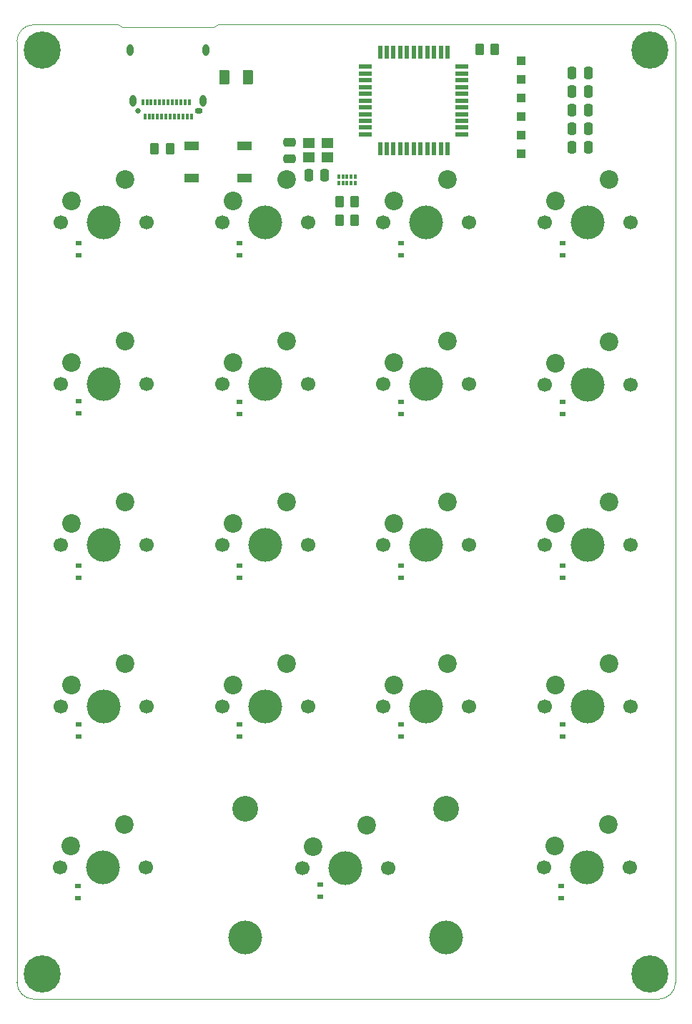
<source format=gbr>
%TF.GenerationSoftware,KiCad,Pcbnew,(5.99.0-9544-g366189b864)*%
%TF.CreationDate,2021-04-16T00:10:41-04:00*%
%TF.ProjectId,kipad,6b697061-642e-46b6-9963-61645f706362,A*%
%TF.SameCoordinates,Original*%
%TF.FileFunction,Soldermask,Bot*%
%TF.FilePolarity,Negative*%
%FSLAX46Y46*%
G04 Gerber Fmt 4.6, Leading zero omitted, Abs format (unit mm)*
G04 Created by KiCad (PCBNEW (5.99.0-9544-g366189b864)) date 2021-04-16 00:10:41*
%MOMM*%
%LPD*%
G01*
G04 APERTURE LIST*
G04 Aperture macros list*
%AMRoundRect*
0 Rectangle with rounded corners*
0 $1 Rounding radius*
0 $2 $3 $4 $5 $6 $7 $8 $9 X,Y pos of 4 corners*
0 Add a 4 corners polygon primitive as box body*
4,1,4,$2,$3,$4,$5,$6,$7,$8,$9,$2,$3,0*
0 Add four circle primitives for the rounded corners*
1,1,$1+$1,$2,$3*
1,1,$1+$1,$4,$5*
1,1,$1+$1,$6,$7*
1,1,$1+$1,$8,$9*
0 Add four rect primitives between the rounded corners*
20,1,$1+$1,$2,$3,$4,$5,0*
20,1,$1+$1,$4,$5,$6,$7,0*
20,1,$1+$1,$6,$7,$8,$9,0*
20,1,$1+$1,$8,$9,$2,$3,0*%
G04 Aperture macros list end*
%TA.AperFunction,Profile*%
%ADD10C,0.100000*%
%TD*%
%ADD11R,1.700000X1.000000*%
%ADD12C,1.700000*%
%ADD13C,4.000000*%
%ADD14C,2.200000*%
%ADD15C,4.400000*%
%ADD16RoundRect,0.250000X-0.250000X-0.475000X0.250000X-0.475000X0.250000X0.475000X-0.250000X0.475000X0*%
%ADD17R,1.000000X1.000000*%
%ADD18R,1.400000X1.200000*%
%ADD19R,0.400000X0.550000*%
%ADD20R,0.300000X0.550000*%
%ADD21R,1.500000X0.550000*%
%ADD22R,0.550000X1.500000*%
%ADD23RoundRect,0.250000X-0.262500X-0.450000X0.262500X-0.450000X0.262500X0.450000X-0.262500X0.450000X0*%
%ADD24RoundRect,0.250000X0.262500X0.450000X-0.262500X0.450000X-0.262500X-0.450000X0.262500X-0.450000X0*%
%ADD25C,3.050000*%
%ADD26R,0.300000X0.700000*%
%ADD27C,0.650000*%
%ADD28O,0.950000X0.650000*%
%ADD29O,0.800000X1.400000*%
%ADD30RoundRect,0.250000X-0.375000X-0.625000X0.375000X-0.625000X0.375000X0.625000X-0.375000X0.625000X0*%
%ADD31R,0.700000X0.600000*%
%ADD32RoundRect,0.250000X0.475000X-0.250000X0.475000X0.250000X-0.475000X0.250000X-0.475000X-0.250000X0*%
G04 APERTURE END LIST*
D10*
X86800000Y-30600000D02*
X139000000Y-30614214D01*
X86300000Y-30900000D02*
X86800000Y-30600000D01*
X75500000Y-30900000D02*
X86300000Y-30900000D01*
X75000000Y-30600000D02*
X75500000Y-30900000D01*
X65000000Y-30614214D02*
X75000000Y-30600000D01*
X139000000Y-146000000D02*
X65000000Y-146000000D01*
X141000000Y-32614214D02*
X141000000Y-144000000D01*
X63000000Y-144000000D02*
X63000000Y-32614214D01*
X63000000Y-144000000D02*
G75*
G03*
X65000000Y-146000000I2000000J0D01*
G01*
X141000000Y-144000000D02*
G75*
G02*
X139000000Y-146000000I-2000000J0D01*
G01*
X139000000Y-30614214D02*
G75*
G02*
X141000000Y-32614214I0J-2000000D01*
G01*
X63000000Y-32614214D02*
G75*
G02*
X65000000Y-30614214I2000000J0D01*
G01*
D11*
%TO.C,SW_RST1*%
X89950000Y-45000000D03*
X83650000Y-45000000D03*
X89950000Y-48800000D03*
X83650000Y-48800000D03*
%TD*%
D12*
%TO.C,KEY_E1*%
X116570000Y-111326000D03*
X106410000Y-111326000D03*
D13*
X111490000Y-111326000D03*
D14*
X107680000Y-108786000D03*
X114030000Y-106246000D03*
%TD*%
D15*
%TO.C,H4*%
X66000000Y-143000000D03*
%TD*%
%TO.C,H3*%
X138000000Y-143000000D03*
%TD*%
%TO.C,H2*%
X138000000Y-33600000D03*
%TD*%
%TO.C,H1*%
X66000000Y-33600000D03*
%TD*%
D16*
%TO.C,C1*%
X130650000Y-38500000D03*
X128750000Y-38500000D03*
%TD*%
D17*
%TO.C,PF7*%
X122700000Y-34900000D03*
%TD*%
%TO.C,PF6*%
X122700000Y-37100000D03*
%TD*%
%TO.C,PF5*%
X122700000Y-39300000D03*
%TD*%
%TO.C,PF4*%
X122700000Y-41500000D03*
%TD*%
%TO.C,PF1*%
X122700000Y-43700000D03*
%TD*%
%TO.C,PF0*%
X122700000Y-45900000D03*
%TD*%
D18*
%TO.C,Y1*%
X99800000Y-44650000D03*
X97600000Y-44650000D03*
X97600000Y-46350000D03*
X99800000Y-46350000D03*
%TD*%
D19*
%TO.C,U3*%
X102100000Y-48615000D03*
D20*
X103100000Y-48615000D03*
X101600000Y-48615000D03*
X101100000Y-48615000D03*
X102600000Y-48615000D03*
X101100000Y-49385000D03*
X101600000Y-49385000D03*
D19*
X102100000Y-49385000D03*
D20*
X102600000Y-49385000D03*
X103100000Y-49385000D03*
%TD*%
D21*
%TO.C,U2*%
X115700000Y-43600000D03*
X115700000Y-42800000D03*
X115700000Y-42000000D03*
X115700000Y-41200000D03*
X115700000Y-40400000D03*
X115700000Y-39600000D03*
X115700000Y-38800000D03*
X115700000Y-38000000D03*
X115700000Y-37200000D03*
X115700000Y-36400000D03*
X115700000Y-35600000D03*
D22*
X114000000Y-33900000D03*
X113200000Y-33900000D03*
X112400000Y-33900000D03*
X111600000Y-33900000D03*
X110800000Y-33900000D03*
X110000000Y-33900000D03*
X109200000Y-33900000D03*
X108400000Y-33900000D03*
X107600000Y-33900000D03*
X106800000Y-33900000D03*
X106000000Y-33900000D03*
D21*
X104300000Y-35600000D03*
X104300000Y-36400000D03*
X104300000Y-37200000D03*
X104300000Y-38000000D03*
X104300000Y-38800000D03*
X104300000Y-39600000D03*
X104300000Y-40400000D03*
X104300000Y-41200000D03*
X104300000Y-42000000D03*
X104300000Y-42800000D03*
X104300000Y-43600000D03*
D22*
X106000000Y-45300000D03*
X106800000Y-45300000D03*
X107600000Y-45300000D03*
X108400000Y-45300000D03*
X109200000Y-45300000D03*
X110000000Y-45300000D03*
X110800000Y-45300000D03*
X111600000Y-45300000D03*
X112400000Y-45300000D03*
X113200000Y-45300000D03*
X114000000Y-45300000D03*
%TD*%
D23*
%TO.C,R6*%
X119600000Y-33500000D03*
X117775000Y-33500000D03*
%TD*%
D24*
%TO.C,R3*%
X101200000Y-53800000D03*
X103025000Y-53800000D03*
%TD*%
D23*
%TO.C,R2*%
X103025000Y-51600000D03*
X101200000Y-51600000D03*
%TD*%
%TO.C,R1*%
X81112500Y-45300000D03*
X79287500Y-45300000D03*
%TD*%
D12*
%TO.C,KEY_SP1*%
X135580000Y-130426000D03*
X125420000Y-130426000D03*
D13*
X130500000Y-130426000D03*
D14*
X126690000Y-127886000D03*
X133040000Y-125346000D03*
%TD*%
D12*
%TO.C,KEY_F1*%
X135680000Y-111326000D03*
X125520000Y-111326000D03*
D13*
X130600000Y-111326000D03*
D14*
X126790000Y-108786000D03*
X133140000Y-106246000D03*
%TD*%
D12*
%TO.C,KEY_ESC1*%
X78270000Y-130426000D03*
X68110000Y-130426000D03*
D13*
X73190000Y-130426000D03*
D14*
X69380000Y-127886000D03*
X75730000Y-125346000D03*
%TD*%
D25*
%TO.C,KEY_ENT1*%
X113800000Y-123440000D03*
X90000000Y-123440000D03*
D13*
X90000000Y-138680000D03*
X113800000Y-138680000D03*
D12*
X106980000Y-130440000D03*
X96820000Y-130440000D03*
D13*
X101900000Y-130440000D03*
D14*
X98090000Y-127900000D03*
X104440000Y-125360000D03*
%TD*%
D12*
%TO.C,KEY_D1*%
X97470000Y-111326000D03*
X87310000Y-111326000D03*
D13*
X92390000Y-111326000D03*
D14*
X88580000Y-108786000D03*
X94930000Y-106246000D03*
%TD*%
D12*
%TO.C,KEY_C1*%
X78370000Y-111326000D03*
X68210000Y-111326000D03*
D13*
X73290000Y-111326000D03*
D14*
X69480000Y-108786000D03*
X75830000Y-106246000D03*
%TD*%
D12*
%TO.C,KEY_B1*%
X135680000Y-92226000D03*
X125520000Y-92226000D03*
D13*
X130600000Y-92226000D03*
D14*
X126790000Y-89686000D03*
X133140000Y-87146000D03*
%TD*%
D12*
%TO.C,KEY_A1*%
X116570000Y-92226000D03*
X106410000Y-92226000D03*
D13*
X111490000Y-92226000D03*
D14*
X107680000Y-89686000D03*
X114030000Y-87146000D03*
%TD*%
D12*
%TO.C,KEY_9*%
X97470000Y-92226000D03*
X87310000Y-92226000D03*
D13*
X92390000Y-92226000D03*
D14*
X88580000Y-89686000D03*
X94930000Y-87146000D03*
%TD*%
D12*
%TO.C,KEY_8*%
X78370000Y-92226000D03*
X68210000Y-92226000D03*
D13*
X73290000Y-92226000D03*
D14*
X69480000Y-89686000D03*
X75830000Y-87146000D03*
%TD*%
D12*
%TO.C,KEY_7*%
X135640000Y-73206000D03*
X125480000Y-73206000D03*
D13*
X130560000Y-73206000D03*
D14*
X126750000Y-70666000D03*
X133100000Y-68126000D03*
%TD*%
D12*
%TO.C,KEY_6*%
X116570000Y-73126000D03*
X106410000Y-73126000D03*
D13*
X111490000Y-73126000D03*
D14*
X107680000Y-70586000D03*
X114030000Y-68046000D03*
%TD*%
D12*
%TO.C,KEY_5*%
X97470000Y-73126000D03*
X87310000Y-73126000D03*
D13*
X92390000Y-73126000D03*
D14*
X88580000Y-70586000D03*
X94930000Y-68046000D03*
%TD*%
D12*
%TO.C,KEY_4*%
X78370000Y-73126000D03*
X68210000Y-73126000D03*
D13*
X73290000Y-73126000D03*
D14*
X69480000Y-70586000D03*
X75830000Y-68046000D03*
%TD*%
D12*
%TO.C,KEY_3*%
X135680000Y-54026000D03*
X125520000Y-54026000D03*
D13*
X130600000Y-54026000D03*
D14*
X126790000Y-51486000D03*
X133140000Y-48946000D03*
%TD*%
D12*
%TO.C,KEY_2*%
X116570000Y-54026000D03*
X106410000Y-54026000D03*
D13*
X111490000Y-54026000D03*
D14*
X107680000Y-51486000D03*
X114030000Y-48946000D03*
%TD*%
D12*
%TO.C,KEY_1*%
X97470000Y-54026000D03*
X87310000Y-54026000D03*
D13*
X92390000Y-54026000D03*
D14*
X88580000Y-51486000D03*
X94930000Y-48946000D03*
%TD*%
D12*
%TO.C,KEY_0*%
X78370000Y-54026000D03*
X68210000Y-54026000D03*
D13*
X73290000Y-54026000D03*
D14*
X69480000Y-51486000D03*
X75830000Y-48946000D03*
%TD*%
D26*
%TO.C,J1*%
X77900000Y-39820000D03*
X78400000Y-39820000D03*
X78900000Y-39820000D03*
X79400000Y-39820000D03*
X79900000Y-39820000D03*
X80400000Y-39820000D03*
X80900000Y-39820000D03*
X81400000Y-39820000D03*
X81900000Y-39820000D03*
X82400000Y-39820000D03*
X82900000Y-39820000D03*
D27*
X77300000Y-40860000D03*
D28*
X84500000Y-40860000D03*
D29*
X76410000Y-33660000D03*
X85390000Y-33660000D03*
X85030000Y-39610000D03*
D26*
X83400000Y-39820000D03*
X83150000Y-41520000D03*
X81650000Y-41520000D03*
X82150000Y-41520000D03*
X82650000Y-41520000D03*
X83650000Y-41520000D03*
X81150000Y-41520000D03*
X80650000Y-41520000D03*
X80150000Y-41520000D03*
X79650000Y-41520000D03*
X79150000Y-41520000D03*
X78650000Y-41520000D03*
X78150000Y-41520000D03*
D29*
X76770000Y-39610000D03*
%TD*%
D30*
%TO.C,F1*%
X90400000Y-36800000D03*
X87600000Y-36800000D03*
%TD*%
D31*
%TO.C,D19*%
X127500000Y-134000000D03*
X127500000Y-132600000D03*
%TD*%
%TO.C,D18*%
X127600000Y-114900000D03*
X127600000Y-113500000D03*
%TD*%
%TO.C,D17*%
X127600000Y-96100000D03*
X127600000Y-94700000D03*
%TD*%
%TO.C,D16*%
X127600000Y-76700000D03*
X127600000Y-75300000D03*
%TD*%
%TO.C,D15*%
X127600000Y-57900000D03*
X127600000Y-56500000D03*
%TD*%
%TO.C,D14*%
X108490000Y-114900000D03*
X108490000Y-113500000D03*
%TD*%
%TO.C,D13*%
X108490000Y-96100000D03*
X108490000Y-94700000D03*
%TD*%
%TO.C,D12*%
X108490000Y-76700000D03*
X108490000Y-75300000D03*
%TD*%
%TO.C,D11*%
X108490000Y-57900000D03*
X108490000Y-56500000D03*
%TD*%
%TO.C,D10*%
X98900000Y-133834000D03*
X98900000Y-132434000D03*
%TD*%
%TO.C,D9*%
X89390000Y-114900000D03*
X89390000Y-113500000D03*
%TD*%
%TO.C,D8*%
X89390000Y-96100000D03*
X89390000Y-94700000D03*
%TD*%
%TO.C,D7*%
X89390000Y-76700000D03*
X89390000Y-75300000D03*
%TD*%
%TO.C,D6*%
X89390000Y-57900000D03*
X89390000Y-56500000D03*
%TD*%
%TO.C,D5*%
X70190000Y-134000000D03*
X70190000Y-132600000D03*
%TD*%
%TO.C,D4*%
X70290000Y-114900000D03*
X70290000Y-113500000D03*
%TD*%
%TO.C,D3*%
X70290000Y-96100000D03*
X70290000Y-94700000D03*
%TD*%
%TO.C,D2*%
X70330000Y-76620000D03*
X70330000Y-75220000D03*
%TD*%
%TO.C,D1*%
X70290000Y-57900000D03*
X70290000Y-56500000D03*
%TD*%
D16*
%TO.C,C7*%
X130650000Y-45100000D03*
X128750000Y-45100000D03*
%TD*%
%TO.C,C6*%
X130650000Y-36300000D03*
X128750000Y-36300000D03*
%TD*%
%TO.C,C5*%
X130650000Y-42900000D03*
X128750000Y-42900000D03*
%TD*%
%TO.C,C4*%
X130650000Y-40700000D03*
X128750000Y-40700000D03*
%TD*%
%TO.C,C3*%
X99450000Y-48400000D03*
X97550000Y-48400000D03*
%TD*%
D32*
%TO.C,C2*%
X95300000Y-44550000D03*
X95300000Y-46450000D03*
%TD*%
M02*

</source>
